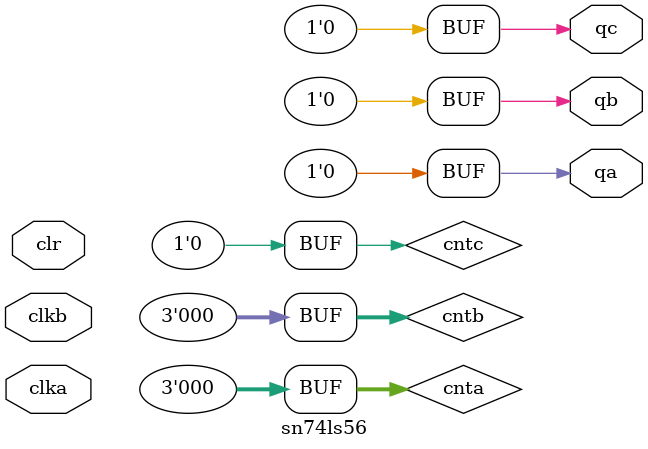
<source format=v>
module sn74ls56(qa, qb, qc, clka, clkb, clr);
input clka, clkb, clr;
output qa, qb, qc;
wire qbint;
reg [2:0] cnta;
reg [2:0] cntb;
reg cntc;

parameter 
	// TI TTL data book Vol 1, 1985
	tPLHA_min=0, tPLHA_typ=12, tPLHA_max=20,	//TPL CLKA -> QA
	tPHLA_min=0, tPHLA_typ=14, tPHLA_max=25,
	tPLHB_min=0, tPLHB_typ=8,  tPLHB_max=15,	//TPL CLKB -> QB
	tPHLB_min=0, tPHLB_typ=14, tPHLB_max=25,
	tPLHC_min=0, tPLHC_typ=18, tPLHC_max=30,	//TPL CLKB -> QC
	tPHLC_min=0, tPHLC_typ=24, tPHLC_max=35,
	tPHL0_min=0, tPHL0_typ=17, tPHL0_max=30;	//TPL CLR -> QA, QB, QC

/* async clear/enable */
always @(clr==0)
begin
  cnta <= 3'b000;
  cntb <= 3'b000;
  cntc <= 0;
end

/* counter A */
always @(negedge clka)
begin
	if (clr==1)
	begin
		cnta <= cnta==3'b100 ? 3'b000 : (cnta + 1);
	end
end
assign #(tPLHA_min:tPLHA_typ:tPLHA_max,
		 tPHLA_min:tPHLA_typ:tPHLA_max)
	qa = cnta==3'b100 ? 'b1 : 'b0;

/* counter B,C */
always @(negedge clkb)
begin
	if (clr==1)
	begin
		cntb <= cntb==3'b100 ? 3'b000 : (cntb + 1);
	end
end
assign #(tPLHB_min:tPLHB_typ:tPLHB_max,
		tPHLB_min:tPHLB_typ:tPHLB_max)
	qb = cntb==3'b100 ? 'b1 : 'b0;

/* counter C */
always @(negedge qb)
begin
	if (clr==1)
	begin
		cntc <= ~cntc;
	end
end
assign #(tPLHC_min:tPLHC_typ:tPLHC_max,
	  	 tPHLC_min:tPHLC_typ:tPHLC_max)
	qc = cntc=='b1 ? 'b1 : 'b0;

endmodule

</source>
